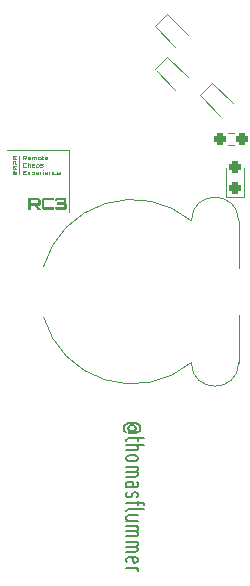
<source format=gto>
G04 #@! TF.GenerationSoftware,KiCad,Pcbnew,(5.99.0-7130-gf32f8f566)*
G04 #@! TF.CreationDate,2020-11-25T00:50:19+01:00*
G04 #@! TF.ProjectId,FairyDustPin,46616972-7944-4757-9374-50696e2e6b69,rev?*
G04 #@! TF.SameCoordinates,Original*
G04 #@! TF.FileFunction,Legend,Top*
G04 #@! TF.FilePolarity,Positive*
%FSLAX46Y46*%
G04 Gerber Fmt 4.6, Leading zero omitted, Abs format (unit mm)*
G04 Created by KiCad (PCBNEW (5.99.0-7130-gf32f8f566)) date 2020-11-25 00:50:19*
%MOMM*%
%LPD*%
G01*
G04 APERTURE LIST*
G04 Aperture macros list*
%AMRoundRect*
0 Rectangle with rounded corners*
0 $1 Rounding radius*
0 $2 $3 $4 $5 $6 $7 $8 $9 X,Y pos of 4 corners*
0 Add a 4 corners polygon primitive as box body*
4,1,4,$2,$3,$4,$5,$6,$7,$8,$9,$2,$3,0*
0 Add four circle primitives for the rounded corners*
1,1,$1+$1,$2,$3,0*
1,1,$1+$1,$4,$5,0*
1,1,$1+$1,$6,$7,0*
1,1,$1+$1,$8,$9,0*
0 Add four rect primitives between the rounded corners*
20,1,$1+$1,$2,$3,$4,$5,0*
20,1,$1+$1,$4,$5,$6,$7,0*
20,1,$1+$1,$6,$7,$8,$9,0*
20,1,$1+$1,$8,$9,$2,$3,0*%
G04 Aperture macros list end*
%ADD10C,0.150000*%
%ADD11C,0.120000*%
%ADD12C,0.100000*%
%ADD13RoundRect,0.237500X0.237500X-0.287500X0.237500X0.287500X-0.237500X0.287500X-0.237500X-0.287500X0*%
%ADD14RoundRect,0.237500X-0.371231X0.035355X0.035355X-0.371231X0.371231X-0.035355X-0.035355X0.371231X0*%
%ADD15RoundRect,0.237500X0.250000X0.237500X-0.250000X0.237500X-0.250000X-0.237500X0.250000X-0.237500X0*%
%ADD16R,4.400000X2.300000*%
%ADD17R,4.000000X2.300000*%
%ADD18C,5.000000*%
G04 APERTURE END LIST*
D10*
X90185714Y-108754642D02*
X90257142Y-108707023D01*
X90328571Y-108611785D01*
X90328571Y-108516547D01*
X90257142Y-108421309D01*
X90185714Y-108373690D01*
X90042857Y-108326071D01*
X89900000Y-108326071D01*
X89757142Y-108373690D01*
X89685714Y-108421309D01*
X89614285Y-108516547D01*
X89614285Y-108611785D01*
X89685714Y-108707023D01*
X89757142Y-108754642D01*
X90328571Y-108754642D02*
X89757142Y-108754642D01*
X89685714Y-108802261D01*
X89685714Y-108849880D01*
X89757142Y-108945119D01*
X89900000Y-108992738D01*
X90257142Y-108992738D01*
X90471428Y-108897500D01*
X90614285Y-108754642D01*
X90685714Y-108564166D01*
X90614285Y-108373690D01*
X90471428Y-108230833D01*
X90257142Y-108135595D01*
X89971428Y-108087976D01*
X89685714Y-108135595D01*
X89471428Y-108230833D01*
X89328571Y-108373690D01*
X89257142Y-108564166D01*
X89328571Y-108754642D01*
X89471428Y-108897500D01*
X90471428Y-109278452D02*
X90471428Y-109659404D01*
X90971428Y-109421309D02*
X89685714Y-109421309D01*
X89542857Y-109468928D01*
X89471428Y-109564166D01*
X89471428Y-109659404D01*
X89471428Y-109992738D02*
X90971428Y-109992738D01*
X89471428Y-110421309D02*
X90257142Y-110421309D01*
X90400000Y-110373690D01*
X90471428Y-110278452D01*
X90471428Y-110135595D01*
X90400000Y-110040357D01*
X90328571Y-109992738D01*
X89471428Y-111040357D02*
X89542857Y-110945119D01*
X89614285Y-110897500D01*
X89757142Y-110849880D01*
X90185714Y-110849880D01*
X90328571Y-110897500D01*
X90400000Y-110945119D01*
X90471428Y-111040357D01*
X90471428Y-111183214D01*
X90400000Y-111278452D01*
X90328571Y-111326071D01*
X90185714Y-111373690D01*
X89757142Y-111373690D01*
X89614285Y-111326071D01*
X89542857Y-111278452D01*
X89471428Y-111183214D01*
X89471428Y-111040357D01*
X89471428Y-111802261D02*
X90471428Y-111802261D01*
X90328571Y-111802261D02*
X90400000Y-111849880D01*
X90471428Y-111945119D01*
X90471428Y-112087976D01*
X90400000Y-112183214D01*
X90257142Y-112230833D01*
X89471428Y-112230833D01*
X90257142Y-112230833D02*
X90400000Y-112278452D01*
X90471428Y-112373690D01*
X90471428Y-112516547D01*
X90400000Y-112611785D01*
X90257142Y-112659404D01*
X89471428Y-112659404D01*
X89471428Y-113564166D02*
X90257142Y-113564166D01*
X90400000Y-113516547D01*
X90471428Y-113421309D01*
X90471428Y-113230833D01*
X90400000Y-113135595D01*
X89542857Y-113564166D02*
X89471428Y-113468928D01*
X89471428Y-113230833D01*
X89542857Y-113135595D01*
X89685714Y-113087976D01*
X89828571Y-113087976D01*
X89971428Y-113135595D01*
X90042857Y-113230833D01*
X90042857Y-113468928D01*
X90114285Y-113564166D01*
X89542857Y-113992738D02*
X89471428Y-114087976D01*
X89471428Y-114278452D01*
X89542857Y-114373690D01*
X89685714Y-114421309D01*
X89757142Y-114421309D01*
X89900000Y-114373690D01*
X89971428Y-114278452D01*
X89971428Y-114135595D01*
X90042857Y-114040357D01*
X90185714Y-113992738D01*
X90257142Y-113992738D01*
X90400000Y-114040357D01*
X90471428Y-114135595D01*
X90471428Y-114278452D01*
X90400000Y-114373690D01*
X90471428Y-114707023D02*
X90471428Y-115087976D01*
X89471428Y-114849880D02*
X90757142Y-114849880D01*
X90900000Y-114897500D01*
X90971428Y-114992738D01*
X90971428Y-115087976D01*
X89471428Y-115564166D02*
X89542857Y-115468928D01*
X89685714Y-115421309D01*
X90971428Y-115421309D01*
X90471428Y-116373690D02*
X89471428Y-116373690D01*
X90471428Y-115945119D02*
X89685714Y-115945119D01*
X89542857Y-115992738D01*
X89471428Y-116087976D01*
X89471428Y-116230833D01*
X89542857Y-116326071D01*
X89614285Y-116373690D01*
X89471428Y-116849880D02*
X90471428Y-116849880D01*
X90328571Y-116849880D02*
X90400000Y-116897500D01*
X90471428Y-116992738D01*
X90471428Y-117135595D01*
X90400000Y-117230833D01*
X90257142Y-117278452D01*
X89471428Y-117278452D01*
X90257142Y-117278452D02*
X90400000Y-117326071D01*
X90471428Y-117421309D01*
X90471428Y-117564166D01*
X90400000Y-117659404D01*
X90257142Y-117707023D01*
X89471428Y-117707023D01*
X89471428Y-118183214D02*
X90471428Y-118183214D01*
X90328571Y-118183214D02*
X90400000Y-118230833D01*
X90471428Y-118326071D01*
X90471428Y-118468928D01*
X90400000Y-118564166D01*
X90257142Y-118611785D01*
X89471428Y-118611785D01*
X90257142Y-118611785D02*
X90400000Y-118659404D01*
X90471428Y-118754642D01*
X90471428Y-118897500D01*
X90400000Y-118992738D01*
X90257142Y-119040357D01*
X89471428Y-119040357D01*
X89542857Y-119897500D02*
X89471428Y-119802261D01*
X89471428Y-119611785D01*
X89542857Y-119516547D01*
X89685714Y-119468928D01*
X90257142Y-119468928D01*
X90400000Y-119516547D01*
X90471428Y-119611785D01*
X90471428Y-119802261D01*
X90400000Y-119897500D01*
X90257142Y-119945119D01*
X90114285Y-119945119D01*
X89971428Y-119468928D01*
X89471428Y-120373690D02*
X90471428Y-120373690D01*
X90185714Y-120373690D02*
X90328571Y-120421309D01*
X90400000Y-120468928D01*
X90471428Y-120564166D01*
X90471428Y-120659404D01*
G04 #@! TO.C,G\u002A\u002A\u002A*
G36*
X84708798Y-85034132D02*
G01*
X84708798Y-90358798D01*
X79377060Y-90358798D01*
X79377060Y-88936006D01*
X79427832Y-88936006D01*
X79427843Y-89091804D01*
X79427872Y-89240544D01*
X79427919Y-89381731D01*
X79427983Y-89514870D01*
X79428064Y-89639466D01*
X79428163Y-89755025D01*
X79428278Y-89861050D01*
X79428409Y-89957047D01*
X79428556Y-90042522D01*
X79428719Y-90116977D01*
X79428897Y-90179920D01*
X79429091Y-90230854D01*
X79429299Y-90269285D01*
X79429522Y-90294717D01*
X79429759Y-90306656D01*
X79429835Y-90307540D01*
X79432586Y-90308339D01*
X79440455Y-90309087D01*
X79453808Y-90309786D01*
X79473010Y-90310437D01*
X79498424Y-90311041D01*
X79530417Y-90311599D01*
X79569354Y-90312111D01*
X79615598Y-90312579D01*
X79669514Y-90313004D01*
X79731469Y-90313387D01*
X79801826Y-90313728D01*
X79880950Y-90314029D01*
X79969206Y-90314291D01*
X80066959Y-90314514D01*
X80174574Y-90314701D01*
X80292416Y-90314850D01*
X80420850Y-90314965D01*
X80560239Y-90315045D01*
X80710950Y-90315092D01*
X80873347Y-90315106D01*
X81047795Y-90315089D01*
X81234659Y-90315041D01*
X81434303Y-90314964D01*
X81647093Y-90314859D01*
X81873393Y-90314726D01*
X82048014Y-90314612D01*
X84662834Y-90312834D01*
X84662834Y-85080095D01*
X79430095Y-85080095D01*
X79428286Y-87689393D01*
X79428162Y-87880733D01*
X79428058Y-88068480D01*
X79427975Y-88252140D01*
X79427911Y-88431218D01*
X79427866Y-88605218D01*
X79427839Y-88773646D01*
X79427832Y-88936006D01*
X79377060Y-88936006D01*
X79377060Y-85034132D01*
X84708798Y-85034132D01*
G37*
G36*
X81641635Y-89052384D02*
G01*
X81734524Y-89052950D01*
X81814266Y-89053569D01*
X81881857Y-89054266D01*
X81938291Y-89055069D01*
X81984564Y-89056004D01*
X82021671Y-89057097D01*
X82050609Y-89058375D01*
X82072371Y-89059865D01*
X82087954Y-89061593D01*
X82098352Y-89063586D01*
X82101808Y-89064649D01*
X82135580Y-89082882D01*
X82168883Y-89111300D01*
X82197896Y-89146346D01*
X82209342Y-89164776D01*
X82230318Y-89202645D01*
X82234496Y-89570351D01*
X82209770Y-89619262D01*
X82193524Y-89648415D01*
X82176927Y-89669675D01*
X82155199Y-89688582D01*
X82141182Y-89698698D01*
X82116574Y-89714308D01*
X82093286Y-89726532D01*
X82076143Y-89732853D01*
X82075427Y-89732987D01*
X82053230Y-89736757D01*
X82035858Y-89739649D01*
X82021889Y-89742020D01*
X82016412Y-89743072D01*
X82018914Y-89748028D01*
X82025167Y-89755972D01*
X82034372Y-89766762D01*
X82050018Y-89785069D01*
X82069347Y-89807665D01*
X82078059Y-89817846D01*
X82103060Y-89847125D01*
X82130291Y-89879129D01*
X82154456Y-89907630D01*
X82157695Y-89911462D01*
X82178261Y-89935722D01*
X82198012Y-89958877D01*
X82213048Y-89976356D01*
X82214407Y-89977920D01*
X82226649Y-89994936D01*
X82232434Y-90013151D01*
X82233853Y-90038104D01*
X82233853Y-90075947D01*
X82123777Y-90075947D01*
X82081978Y-90075863D01*
X82051780Y-90075379D01*
X82030641Y-90074144D01*
X82016017Y-90071807D01*
X82005369Y-90068018D01*
X81996153Y-90062428D01*
X81989423Y-90057429D01*
X81974446Y-90044095D01*
X81965905Y-90032787D01*
X81965145Y-90029997D01*
X81960555Y-90020225D01*
X81948773Y-90004736D01*
X81938628Y-89993501D01*
X81918220Y-89970965D01*
X81897935Y-89946567D01*
X81891216Y-89937846D01*
X81876534Y-89919496D01*
X81863366Y-89905287D01*
X81858956Y-89901463D01*
X81848355Y-89890912D01*
X81834276Y-89873506D01*
X81827048Y-89863509D01*
X81809700Y-89840441D01*
X81790790Y-89818083D01*
X81784815Y-89811713D01*
X81766078Y-89791419D01*
X81748134Y-89770247D01*
X81745691Y-89767156D01*
X81732031Y-89752461D01*
X81719915Y-89743986D01*
X81717651Y-89743336D01*
X81707553Y-89742941D01*
X81685665Y-89742674D01*
X81654337Y-89742543D01*
X81615921Y-89742558D01*
X81572767Y-89742728D01*
X81567386Y-89742759D01*
X81427729Y-89743597D01*
X81427729Y-90075947D01*
X81208519Y-90075947D01*
X81208519Y-89269665D01*
X81427729Y-89269665D01*
X81427729Y-89517317D01*
X82014978Y-89517317D01*
X82013043Y-89395337D01*
X82011108Y-89273358D01*
X81719418Y-89271512D01*
X81427729Y-89269665D01*
X81208519Y-89269665D01*
X81208519Y-89050002D01*
X81641635Y-89052384D01*
G37*
G36*
X83358185Y-89269822D02*
G01*
X82559440Y-89269822D01*
X82557518Y-89560338D01*
X82557173Y-89623022D01*
X82556988Y-89681203D01*
X82556956Y-89733383D01*
X82557074Y-89778067D01*
X82557335Y-89813757D01*
X82557735Y-89838956D01*
X82558268Y-89852167D01*
X82558542Y-89853796D01*
X82565959Y-89854340D01*
X82586245Y-89854851D01*
X82618125Y-89855320D01*
X82660327Y-89855738D01*
X82711576Y-89856096D01*
X82770598Y-89856383D01*
X82836120Y-89856592D01*
X82906868Y-89856711D01*
X82959837Y-89856738D01*
X83358185Y-89856738D01*
X83358185Y-90075947D01*
X82935677Y-90075567D01*
X82847304Y-90075465D01*
X82771909Y-90075307D01*
X82708325Y-90075060D01*
X82655387Y-90074688D01*
X82611929Y-90074156D01*
X82576786Y-90073429D01*
X82548792Y-90072474D01*
X82526782Y-90071255D01*
X82509591Y-90069737D01*
X82496052Y-90067887D01*
X82485000Y-90065668D01*
X82475269Y-90063046D01*
X82471000Y-90061723D01*
X82445290Y-90051870D01*
X82424293Y-90038987D01*
X82402868Y-90019563D01*
X82391302Y-90007301D01*
X82372086Y-89984120D01*
X82356391Y-89961165D01*
X82347330Y-89943041D01*
X82346886Y-89941593D01*
X82345230Y-89928443D01*
X82343800Y-89902852D01*
X82342595Y-89866516D01*
X82341612Y-89821134D01*
X82340850Y-89768405D01*
X82340307Y-89710027D01*
X82339982Y-89647698D01*
X82339873Y-89583116D01*
X82339977Y-89517980D01*
X82340294Y-89453988D01*
X82340821Y-89392838D01*
X82341557Y-89336229D01*
X82342500Y-89285859D01*
X82343648Y-89243426D01*
X82345000Y-89210628D01*
X82346553Y-89189165D01*
X82347668Y-89182105D01*
X82362308Y-89150980D01*
X82387236Y-89119907D01*
X82418986Y-89092221D01*
X82454088Y-89071260D01*
X82469183Y-89065200D01*
X82478610Y-89062164D01*
X82488273Y-89059580D01*
X82499340Y-89057413D01*
X82512978Y-89055626D01*
X82530355Y-89054183D01*
X82552640Y-89053046D01*
X82581000Y-89052180D01*
X82616604Y-89051548D01*
X82660618Y-89051113D01*
X82714212Y-89050838D01*
X82778553Y-89050688D01*
X82854809Y-89050625D01*
X82935282Y-89050613D01*
X83358185Y-89050613D01*
X83358185Y-89269822D01*
G37*
G36*
X84010751Y-89050657D02*
G01*
X84079685Y-89050914D01*
X84137112Y-89051568D01*
X84184350Y-89052803D01*
X84222715Y-89054806D01*
X84253526Y-89057760D01*
X84278100Y-89061850D01*
X84297755Y-89067261D01*
X84313809Y-89074178D01*
X84327579Y-89082786D01*
X84340382Y-89093269D01*
X84353537Y-89105812D01*
X84358616Y-89110872D01*
X84376997Y-89130668D01*
X84391365Y-89150335D01*
X84402164Y-89171894D01*
X84409837Y-89197364D01*
X84414826Y-89228767D01*
X84417575Y-89268122D01*
X84418525Y-89317451D01*
X84418121Y-89378774D01*
X84418073Y-89382164D01*
X84415996Y-89527923D01*
X84436882Y-89570351D01*
X84444113Y-89585435D01*
X84449486Y-89598739D01*
X84453320Y-89612720D01*
X84455934Y-89629835D01*
X84457649Y-89652543D01*
X84458783Y-89683299D01*
X84459655Y-89724561D01*
X84460074Y-89748772D01*
X84460643Y-89806932D01*
X84459814Y-89853291D01*
X84457086Y-89890166D01*
X84451956Y-89919870D01*
X84443924Y-89944718D01*
X84432487Y-89967025D01*
X84417143Y-89989106D01*
X84404565Y-90004760D01*
X84384528Y-90027554D01*
X84367680Y-90042261D01*
X84349037Y-90052334D01*
X84323615Y-90061227D01*
X84322640Y-90061529D01*
X84310977Y-90064937D01*
X84299133Y-90067759D01*
X84285715Y-90070047D01*
X84269327Y-90071855D01*
X84248577Y-90073235D01*
X84222070Y-90074239D01*
X84188411Y-90074921D01*
X84146207Y-90075332D01*
X84094063Y-90075526D01*
X84030584Y-90075555D01*
X83954377Y-90075471D01*
X83953195Y-90075470D01*
X83868639Y-90075223D01*
X83797301Y-90074738D01*
X83738259Y-90073990D01*
X83690589Y-90072954D01*
X83653369Y-90071606D01*
X83625675Y-90069921D01*
X83606585Y-90067876D01*
X83597140Y-90066032D01*
X83550159Y-90046280D01*
X83510586Y-90014925D01*
X83487512Y-89985541D01*
X83468870Y-89952890D01*
X83457420Y-89922696D01*
X83451666Y-89889482D01*
X83450112Y-89848611D01*
X83450112Y-89793096D01*
X83662250Y-89793096D01*
X83662250Y-89856738D01*
X84242094Y-89856738D01*
X84242094Y-89672885D01*
X83619822Y-89672885D01*
X83619822Y-89446604D01*
X84199666Y-89446604D01*
X84199666Y-89269822D01*
X83662250Y-89269822D01*
X83662250Y-89347606D01*
X83448547Y-89347606D01*
X83451285Y-89271590D01*
X83452936Y-89236134D01*
X83455427Y-89210786D01*
X83459593Y-89191510D01*
X83466267Y-89174273D01*
X83474811Y-89157703D01*
X83504472Y-89115669D01*
X83542162Y-89084418D01*
X83582963Y-89064612D01*
X83592676Y-89061233D01*
X83603017Y-89058445D01*
X83615381Y-89056191D01*
X83631162Y-89054414D01*
X83651752Y-89053059D01*
X83678546Y-89052068D01*
X83712936Y-89051386D01*
X83756318Y-89050956D01*
X83810084Y-89050722D01*
X83875628Y-89050627D01*
X83928992Y-89050613D01*
X84010751Y-89050657D01*
G37*
G36*
X81468166Y-86994738D02*
G01*
X81467923Y-86946688D01*
X81467870Y-86904820D01*
X81468004Y-86871057D01*
X81468321Y-86847317D01*
X81468820Y-86835519D01*
X81468907Y-86834914D01*
X81471091Y-86830650D01*
X81477023Y-86827549D01*
X81488638Y-86825431D01*
X81507871Y-86824117D01*
X81536655Y-86823426D01*
X81576926Y-86823178D01*
X81595254Y-86823163D01*
X81719314Y-86823163D01*
X81746768Y-86850616D01*
X81774221Y-86878069D01*
X81774221Y-87072321D01*
X81719314Y-87127228D01*
X81631860Y-87127211D01*
X81544405Y-87127194D01*
X81546692Y-87187317D01*
X81548979Y-87247439D01*
X81470580Y-87247439D01*
X81468624Y-87049473D01*
X81544405Y-87049473D01*
X81620421Y-87049458D01*
X81696437Y-87049444D01*
X81696437Y-86900947D01*
X81548850Y-86900947D01*
X81546627Y-86975210D01*
X81544405Y-87049473D01*
X81468624Y-87049473D01*
X81468600Y-87047052D01*
X81468166Y-86994738D01*
G37*
G36*
X80466114Y-85502155D02*
G01*
X80487405Y-85504371D01*
X80489095Y-86326406D01*
X80490785Y-87148442D01*
X80467804Y-87148441D01*
X80444822Y-87148441D01*
X80444822Y-85499939D01*
X80466114Y-85502155D01*
G37*
G36*
X80268040Y-87141370D02*
G01*
X80183580Y-87141370D01*
X80147359Y-87141183D01*
X80122309Y-87140297D01*
X80105458Y-87138227D01*
X80093834Y-87134487D01*
X80084468Y-87128591D01*
X80079278Y-87124319D01*
X80059438Y-87107269D01*
X80055002Y-86850797D01*
X80011257Y-86852890D01*
X79967511Y-86854984D01*
X79965556Y-86963433D01*
X79964901Y-87004768D01*
X79964826Y-87034119D01*
X79965570Y-87053640D01*
X79967369Y-87065486D01*
X79970461Y-87071811D01*
X79975084Y-87074770D01*
X79977931Y-87075631D01*
X79987198Y-87080832D01*
X79991411Y-87092663D01*
X79992261Y-87110374D01*
X79991656Y-87129594D01*
X79987917Y-87138541D01*
X79978156Y-87141084D01*
X79969279Y-87141155D01*
X79948828Y-87138692D01*
X79933260Y-87133362D01*
X79921647Y-87123781D01*
X79912968Y-87109167D01*
X79906862Y-87087689D01*
X79902968Y-87057519D01*
X79900927Y-87016825D01*
X79900374Y-86966583D01*
X79901008Y-86911937D01*
X79903035Y-86869699D01*
X79906709Y-86838182D01*
X79912283Y-86815697D01*
X79920010Y-86800558D01*
X79926283Y-86793875D01*
X79938551Y-86788814D01*
X79961636Y-86785692D01*
X79996935Y-86784350D01*
X80010841Y-86784271D01*
X80043903Y-86784462D01*
X80066093Y-86785496D01*
X80080679Y-86788064D01*
X80090930Y-86792858D01*
X80100114Y-86800568D01*
X80103457Y-86803860D01*
X80123079Y-86823449D01*
X80125294Y-86950589D01*
X80127508Y-87077729D01*
X80204399Y-87077729D01*
X80204399Y-86780735D01*
X80268040Y-86780735D01*
X80268040Y-87141370D01*
G37*
G36*
X81054515Y-86786039D02*
G01*
X81055694Y-86807833D01*
X81055238Y-86824292D01*
X81054470Y-86828466D01*
X81049559Y-86831800D01*
X81036496Y-86834256D01*
X81013869Y-86835927D01*
X80980265Y-86836908D01*
X80934274Y-86837292D01*
X80921376Y-86837305D01*
X80791314Y-86837305D01*
X80791314Y-86893876D01*
X81003452Y-86893876D01*
X81003452Y-86978731D01*
X80791314Y-86978731D01*
X80791314Y-87042372D01*
X80921376Y-87042372D01*
X80970517Y-87042628D01*
X81006934Y-87043459D01*
X81032041Y-87044958D01*
X81047248Y-87047218D01*
X81053967Y-87050335D01*
X81054470Y-87051211D01*
X81055685Y-87063161D01*
X81055267Y-87083212D01*
X81054515Y-87093639D01*
X81051527Y-87127228D01*
X80713530Y-87127228D01*
X80713530Y-86752450D01*
X81051527Y-86752450D01*
X81054515Y-86786039D01*
G37*
G36*
X81162627Y-86823566D02*
G01*
X81177027Y-86826213D01*
X81189443Y-86833261D01*
X81204000Y-86846868D01*
X81219864Y-86863823D01*
X81257413Y-86904483D01*
X81293658Y-86863823D01*
X81329902Y-86823163D01*
X81371744Y-86823163D01*
X81395328Y-86823734D01*
X81407999Y-86826133D01*
X81412967Y-86831391D01*
X81413586Y-86836598D01*
X81408934Y-86849562D01*
X81397190Y-86866681D01*
X81390604Y-86874159D01*
X81373476Y-86892887D01*
X81352603Y-86916736D01*
X81336648Y-86935587D01*
X81305673Y-86972889D01*
X81320707Y-86991720D01*
X81333871Y-87010369D01*
X81347804Y-87033187D01*
X81350925Y-87038837D01*
X81365213Y-87061952D01*
X81383280Y-87086796D01*
X81390320Y-87095407D01*
X81414531Y-87123692D01*
X81374009Y-87125847D01*
X81355393Y-87126382D01*
X81340972Y-87124530D01*
X81328207Y-87118551D01*
X81314558Y-87106702D01*
X81297484Y-87087240D01*
X81274447Y-87058424D01*
X81272943Y-87056515D01*
X81259011Y-87038837D01*
X81232250Y-87067122D01*
X81215664Y-87085766D01*
X81202533Y-87102494D01*
X81197987Y-87109549D01*
X81190795Y-87117842D01*
X81177817Y-87122711D01*
X81155422Y-87125300D01*
X81146468Y-87125797D01*
X81122443Y-87126654D01*
X81109275Y-87125518D01*
X81103703Y-87121210D01*
X81102465Y-87112551D01*
X81102450Y-87109887D01*
X81104431Y-87096431D01*
X81108331Y-87091871D01*
X81115087Y-87086408D01*
X81126393Y-87072302D01*
X81136047Y-87058283D01*
X81152898Y-87034768D01*
X81171238Y-87012681D01*
X81179665Y-87003925D01*
X81196021Y-86984620D01*
X81200084Y-86967272D01*
X81191942Y-86948275D01*
X81181407Y-86934781D01*
X81167124Y-86916874D01*
X81149107Y-86892448D01*
X81131645Y-86867358D01*
X81101923Y-86823163D01*
X81142119Y-86823163D01*
X81162627Y-86823566D01*
G37*
G36*
X81838305Y-86847468D02*
G01*
X81847186Y-86839298D01*
X81855668Y-86833564D01*
X81866387Y-86829773D01*
X81881978Y-86827431D01*
X81905079Y-86826046D01*
X81938324Y-86825126D01*
X81960285Y-86824672D01*
X82000699Y-86824039D01*
X82029705Y-86824219D01*
X82050028Y-86825487D01*
X82064390Y-86828115D01*
X82075516Y-86832377D01*
X82083765Y-86837050D01*
X82099669Y-86849261D01*
X82110387Y-86864405D01*
X82116848Y-86885340D01*
X82119977Y-86914924D01*
X82120713Y-86950906D01*
X82120713Y-87014087D01*
X81894432Y-87014087D01*
X81894432Y-87049444D01*
X82120713Y-87049444D01*
X82120713Y-87127228D01*
X81998734Y-87126669D01*
X81958018Y-87126270D01*
X81921805Y-87125514D01*
X81892645Y-87124486D01*
X81873088Y-87123272D01*
X81866147Y-87122251D01*
X81854098Y-87115039D01*
X81838420Y-87102399D01*
X81836094Y-87100273D01*
X81816648Y-87082154D01*
X81816648Y-86900947D01*
X81894432Y-86900947D01*
X81894432Y-86943374D01*
X82042929Y-86943374D01*
X82042929Y-86900947D01*
X81894432Y-86900947D01*
X81816648Y-86900947D01*
X81816648Y-86868236D01*
X81838305Y-86847468D01*
G37*
G36*
X82417706Y-86900947D02*
G01*
X82247996Y-86900947D01*
X82247996Y-87127228D01*
X82213818Y-87127228D01*
X82192870Y-87126325D01*
X82178282Y-87124034D01*
X82174926Y-87122513D01*
X82173324Y-87114175D01*
X82171956Y-87094200D01*
X82170921Y-87065096D01*
X82170321Y-87029366D01*
X82170212Y-87005138D01*
X82170750Y-86949759D01*
X82173276Y-86906908D01*
X82179154Y-86874983D01*
X82189751Y-86852384D01*
X82206432Y-86837510D01*
X82230563Y-86828760D01*
X82263509Y-86824532D01*
X82306635Y-86823226D01*
X82325429Y-86823163D01*
X82417706Y-86823163D01*
X82417706Y-86900947D01*
G37*
G36*
X82534305Y-86853216D02*
G01*
X82535638Y-86870413D01*
X82536541Y-86898621D01*
X82536968Y-86934717D01*
X82536874Y-86975574D01*
X82536507Y-87003480D01*
X82534382Y-87123692D01*
X82493722Y-87125813D01*
X82453063Y-87127933D01*
X82453063Y-86823163D01*
X82529980Y-86823163D01*
X82534305Y-86853216D01*
G37*
G36*
X82782552Y-86824121D02*
G01*
X82820478Y-86827905D01*
X82847749Y-86835879D01*
X82866069Y-86849410D01*
X82877144Y-86869862D01*
X82882679Y-86898600D01*
X82884380Y-86936990D01*
X82884410Y-86944948D01*
X82884410Y-87014087D01*
X82651058Y-87014087D01*
X82651058Y-87049444D01*
X82884410Y-87049444D01*
X82884410Y-87127228D01*
X82762431Y-87126669D01*
X82721715Y-87126270D01*
X82685502Y-87125514D01*
X82656342Y-87124486D01*
X82636786Y-87123272D01*
X82629844Y-87122251D01*
X82617796Y-87115039D01*
X82602117Y-87102399D01*
X82599792Y-87100273D01*
X82580346Y-87082154D01*
X82580346Y-86975105D01*
X82580453Y-86933896D01*
X82580984Y-86904430D01*
X82581203Y-86900947D01*
X82651058Y-86900947D01*
X82651058Y-86943374D01*
X82806626Y-86943374D01*
X82806626Y-86900947D01*
X82651058Y-86900947D01*
X82581203Y-86900947D01*
X82582254Y-86884309D01*
X82584575Y-86871135D01*
X82588263Y-86862509D01*
X82593630Y-86856033D01*
X82596256Y-86853564D01*
X82611126Y-86841370D01*
X82626345Y-86832911D01*
X82644877Y-86827527D01*
X82669684Y-86824555D01*
X82703726Y-86823333D01*
X82732264Y-86823163D01*
X82782552Y-86824121D01*
G37*
G36*
X83252116Y-86878069D02*
G01*
X83252116Y-87127228D01*
X83174332Y-87127228D01*
X83174332Y-86900947D01*
X83026195Y-86900947D01*
X83024247Y-87012319D01*
X83022300Y-87123692D01*
X82981407Y-87125820D01*
X82940514Y-87127947D01*
X82941998Y-86823163D01*
X83197210Y-86823163D01*
X83252116Y-86878069D01*
G37*
G36*
X83591537Y-86900947D02*
G01*
X83365256Y-86900947D01*
X83365256Y-87049444D01*
X83598608Y-87049444D01*
X83598608Y-87127228D01*
X83342379Y-87127228D01*
X83314926Y-87099774D01*
X83287472Y-87072321D01*
X83287472Y-86878069D01*
X83314926Y-86850616D01*
X83342379Y-86823163D01*
X83591537Y-86823163D01*
X83591537Y-86900947D01*
G37*
G36*
X83662693Y-86847468D02*
G01*
X83671574Y-86839298D01*
X83680056Y-86833564D01*
X83690774Y-86829773D01*
X83706366Y-86827431D01*
X83729466Y-86826046D01*
X83762712Y-86825126D01*
X83784672Y-86824672D01*
X83825087Y-86824039D01*
X83854093Y-86824219D01*
X83874415Y-86825487D01*
X83888777Y-86828115D01*
X83899903Y-86832377D01*
X83908153Y-86837050D01*
X83924056Y-86849261D01*
X83934775Y-86864405D01*
X83941235Y-86885340D01*
X83944365Y-86914924D01*
X83945101Y-86950906D01*
X83945101Y-87014087D01*
X83718820Y-87014087D01*
X83718820Y-87049444D01*
X83945101Y-87049444D01*
X83945101Y-87127228D01*
X83823121Y-87126669D01*
X83782406Y-87126270D01*
X83746192Y-87125514D01*
X83717032Y-87124486D01*
X83697476Y-87123272D01*
X83690535Y-87122251D01*
X83678486Y-87115039D01*
X83662807Y-87102399D01*
X83660482Y-87100273D01*
X83641036Y-87082154D01*
X83641036Y-86900947D01*
X83718820Y-86900947D01*
X83718820Y-86943374D01*
X83867317Y-86943374D01*
X83867317Y-86900947D01*
X83718820Y-86900947D01*
X83641036Y-86900947D01*
X83641036Y-86868236D01*
X83662693Y-86847468D01*
G37*
G36*
X82526981Y-86727170D02*
G01*
X82532392Y-86733646D01*
X82534166Y-86739714D01*
X82536349Y-86759169D01*
X82536038Y-86777200D01*
X82534012Y-86789615D01*
X82528312Y-86796208D01*
X82515191Y-86799223D01*
X82497058Y-86800554D01*
X82472930Y-86800681D01*
X82459917Y-86797180D01*
X82456048Y-86792458D01*
X82454022Y-86778983D01*
X82454081Y-86758946D01*
X82454359Y-86754962D01*
X82456598Y-86727701D01*
X82493497Y-86725571D01*
X82515317Y-86724931D01*
X82526981Y-86727170D01*
G37*
G36*
X79900699Y-86569725D02*
G01*
X79900385Y-86529705D01*
X79900797Y-86475238D01*
X79903134Y-86433087D01*
X79905843Y-86418582D01*
X80034675Y-86418582D01*
X80039025Y-86428074D01*
X80050494Y-86445047D01*
X80066806Y-86466408D01*
X80085686Y-86489066D01*
X80090892Y-86494965D01*
X80112406Y-86519660D01*
X80137047Y-86548900D01*
X80157994Y-86574517D01*
X80174603Y-86594925D01*
X80187541Y-86610216D01*
X80194550Y-86617740D01*
X80195118Y-86618096D01*
X80195914Y-86611448D01*
X80196582Y-86593192D01*
X80197067Y-86565866D01*
X80197310Y-86532004D01*
X80197328Y-86519526D01*
X80197328Y-86420957D01*
X80115994Y-86418761D01*
X80083984Y-86418060D01*
X80057905Y-86417801D01*
X80040548Y-86417989D01*
X80034675Y-86418582D01*
X79905843Y-86418582D01*
X79909003Y-86401667D01*
X79920009Y-86379392D01*
X79937759Y-86364676D01*
X79963859Y-86355934D01*
X79999914Y-86351581D01*
X80047532Y-86350032D01*
X80082647Y-86349787D01*
X80132418Y-86350125D01*
X80170341Y-86351899D01*
X80198678Y-86355623D01*
X80219694Y-86361810D01*
X80235651Y-86370973D01*
X80248814Y-86383627D01*
X80252711Y-86388377D01*
X80258273Y-86396275D01*
X80262301Y-86405195D01*
X80265041Y-86417424D01*
X80266739Y-86435250D01*
X80267640Y-86460961D01*
X80267991Y-86496846D01*
X80268040Y-86531010D01*
X80267622Y-86582874D01*
X80266107Y-86622535D01*
X80263103Y-86651916D01*
X80258220Y-86672940D01*
X80251065Y-86687529D01*
X80241247Y-86697606D01*
X80233076Y-86702742D01*
X80221393Y-86705207D01*
X80198362Y-86707140D01*
X80166688Y-86708542D01*
X80129077Y-86709415D01*
X80088236Y-86709760D01*
X80046870Y-86709580D01*
X80007686Y-86708875D01*
X79973389Y-86707649D01*
X79946685Y-86705902D01*
X79930282Y-86703637D01*
X79927130Y-86702541D01*
X79917735Y-86693262D01*
X79910622Y-86676816D01*
X79905564Y-86651728D01*
X79905074Y-86646381D01*
X79971047Y-86646381D01*
X80135487Y-86646381D01*
X80108070Y-86615773D01*
X80092432Y-86597887D01*
X80071182Y-86573016D01*
X80047054Y-86544426D01*
X80022784Y-86515380D01*
X80001108Y-86489144D01*
X79984761Y-86468982D01*
X79980111Y-86463069D01*
X79976605Y-86461096D01*
X79974132Y-86466788D01*
X79972529Y-86481732D01*
X79971633Y-86507519D01*
X79971281Y-86545735D01*
X79971272Y-86549151D01*
X79971047Y-86646381D01*
X79905074Y-86646381D01*
X79902333Y-86616523D01*
X79900699Y-86569725D01*
G37*
G36*
X81086904Y-86163401D02*
G01*
X81084772Y-86204427D01*
X80791314Y-86208249D01*
X80791314Y-86413029D01*
X81088308Y-86413029D01*
X81088308Y-86497885D01*
X80930972Y-86497724D01*
X80876906Y-86497490D01*
X80835131Y-86496838D01*
X80803798Y-86495654D01*
X80781058Y-86493825D01*
X80765062Y-86491236D01*
X80753963Y-86487773D01*
X80751595Y-86486689D01*
X80739207Y-86479507D01*
X80729820Y-86470517D01*
X80723026Y-86457796D01*
X80718413Y-86439421D01*
X80715573Y-86413468D01*
X80714094Y-86378014D01*
X80713567Y-86331135D01*
X80713530Y-86308128D01*
X80713530Y-86175608D01*
X80733958Y-86151125D01*
X80754385Y-86126643D01*
X80921710Y-86124509D01*
X81089035Y-86122376D01*
X81086904Y-86163401D01*
G37*
G36*
X81215591Y-86193820D02*
G01*
X81296450Y-86193820D01*
X81339448Y-86194425D01*
X81370866Y-86196716D01*
X81393234Y-86201405D01*
X81409080Y-86209203D01*
X81420934Y-86220823D01*
X81427699Y-86230768D01*
X81432900Y-86240568D01*
X81436654Y-86251863D01*
X81439193Y-86267024D01*
X81440747Y-86288424D01*
X81441548Y-86318433D01*
X81441828Y-86359422D01*
X81441845Y-86375905D01*
X81441871Y-86497885D01*
X81364087Y-86497885D01*
X81364087Y-86271604D01*
X81215591Y-86271604D01*
X81215591Y-86497885D01*
X81137807Y-86497885D01*
X81137807Y-86101893D01*
X81215591Y-86101893D01*
X81215591Y-86193820D01*
G37*
G36*
X81693944Y-86195745D02*
G01*
X81721212Y-86197912D01*
X81740969Y-86202163D01*
X81755420Y-86209014D01*
X81766774Y-86218982D01*
X81777236Y-86232582D01*
X81779312Y-86235628D01*
X81785248Y-86245237D01*
X81789518Y-86255317D01*
X81792395Y-86268290D01*
X81794152Y-86286576D01*
X81795061Y-86312597D01*
X81795396Y-86348774D01*
X81795435Y-86378719D01*
X81795435Y-86497885D01*
X81669920Y-86497858D01*
X81623846Y-86497695D01*
X81589615Y-86497089D01*
X81564929Y-86495830D01*
X81547492Y-86493707D01*
X81535004Y-86490512D01*
X81525170Y-86486035D01*
X81522347Y-86484381D01*
X81505414Y-86470063D01*
X81493965Y-86449831D01*
X81487239Y-86421315D01*
X81484473Y-86382141D01*
X81484425Y-86377673D01*
X81562083Y-86377673D01*
X81562083Y-86420101D01*
X81717651Y-86420101D01*
X81717651Y-86377673D01*
X81562083Y-86377673D01*
X81484425Y-86377673D01*
X81484299Y-86366011D01*
X81484299Y-86306960D01*
X81717651Y-86306960D01*
X81717651Y-86271954D01*
X81602743Y-86270011D01*
X81487834Y-86268068D01*
X81487834Y-86197356D01*
X81608046Y-86195603D01*
X81656958Y-86195148D01*
X81693944Y-86195745D01*
G37*
G36*
X81845220Y-86369710D02*
G01*
X81844934Y-86338024D01*
X81844934Y-86271125D01*
X81922717Y-86271125D01*
X81922717Y-86420101D01*
X82078780Y-86420101D01*
X82076765Y-86347620D01*
X82074750Y-86275140D01*
X81998734Y-86273132D01*
X81922717Y-86271125D01*
X81844934Y-86271125D01*
X81844934Y-86250986D01*
X81899314Y-86193820D01*
X81998453Y-86193820D01*
X82038439Y-86193999D01*
X82066915Y-86194757D01*
X82086512Y-86196423D01*
X82099859Y-86199326D01*
X82109589Y-86203795D01*
X82116365Y-86208587D01*
X82132892Y-86223952D01*
X82144243Y-86241458D01*
X82151297Y-86264020D01*
X82154932Y-86294553D01*
X82156026Y-86335969D01*
X82156030Y-86340198D01*
X82155101Y-86391368D01*
X82151250Y-86430147D01*
X82142794Y-86458232D01*
X82128050Y-86477319D01*
X82105331Y-86489105D01*
X82072956Y-86495288D01*
X82029240Y-86497564D01*
X81999667Y-86497765D01*
X81960102Y-86497474D01*
X81931855Y-86496485D01*
X81912105Y-86494449D01*
X81898030Y-86491016D01*
X81886811Y-86485839D01*
X81882635Y-86483294D01*
X81868300Y-86471816D01*
X81857993Y-86457039D01*
X81851113Y-86436643D01*
X81848745Y-86420101D01*
X81847056Y-86408306D01*
X81845220Y-86369710D01*
G37*
G36*
X82397786Y-86194985D02*
G01*
X82435661Y-86198993D01*
X82463063Y-86206609D01*
X82481753Y-86218601D01*
X82493488Y-86235736D01*
X82500028Y-86258781D01*
X82500293Y-86260366D01*
X82504412Y-86285746D01*
X82464595Y-86285746D01*
X82443010Y-86284610D01*
X82428550Y-86281671D01*
X82424778Y-86278675D01*
X82418016Y-86275485D01*
X82398936Y-86273150D01*
X82369344Y-86271835D01*
X82346994Y-86271604D01*
X82269210Y-86271604D01*
X82269210Y-86314032D01*
X82355833Y-86314042D01*
X82403223Y-86314889D01*
X82438497Y-86317940D01*
X82463611Y-86323980D01*
X82480521Y-86333795D01*
X82491182Y-86348170D01*
X82497549Y-86367891D01*
X82498231Y-86371234D01*
X82501071Y-86399685D01*
X82500335Y-86430097D01*
X82499479Y-86437222D01*
X82495170Y-86458382D01*
X82487741Y-86470912D01*
X82473154Y-86480295D01*
X82464917Y-86484165D01*
X82449098Y-86490122D01*
X82430751Y-86494046D01*
X82406680Y-86496293D01*
X82373688Y-86497217D01*
X82346994Y-86497281D01*
X82311432Y-86496620D01*
X82279655Y-86495036D01*
X82255098Y-86492764D01*
X82241191Y-86490040D01*
X82241070Y-86489993D01*
X82214731Y-86474625D01*
X82201040Y-86454079D01*
X82198497Y-86436872D01*
X82198497Y-86413408D01*
X82311637Y-86417862D01*
X82353884Y-86419474D01*
X82384038Y-86420325D01*
X82404138Y-86420221D01*
X82416223Y-86418967D01*
X82422333Y-86416368D01*
X82424504Y-86412229D01*
X82424778Y-86407066D01*
X82424117Y-86400508D01*
X82420530Y-86396162D01*
X82411605Y-86393575D01*
X82394934Y-86392292D01*
X82368106Y-86391858D01*
X82343918Y-86391815D01*
X82301407Y-86391230D01*
X82270259Y-86389063D01*
X82247727Y-86384702D01*
X82231067Y-86377532D01*
X82217531Y-86366941D01*
X82213319Y-86362630D01*
X82205429Y-86351763D01*
X82200890Y-86337672D01*
X82198866Y-86316425D01*
X82198497Y-86292818D01*
X82199156Y-86263416D01*
X82201691Y-86244187D01*
X82206936Y-86231198D01*
X82213319Y-86223005D01*
X82226129Y-86211379D01*
X82241072Y-86203240D01*
X82260823Y-86198007D01*
X82288059Y-86195098D01*
X82325457Y-86193931D01*
X82347681Y-86193820D01*
X82397786Y-86194985D01*
G37*
G36*
X80268040Y-86292818D02*
G01*
X80183580Y-86292818D01*
X80147359Y-86292630D01*
X80122309Y-86291744D01*
X80105458Y-86289674D01*
X80093834Y-86285934D01*
X80084468Y-86280039D01*
X80079278Y-86275767D01*
X80059438Y-86258716D01*
X80055010Y-86002896D01*
X80013785Y-86002896D01*
X79988349Y-86003985D01*
X79974048Y-86007726D01*
X79968268Y-86014081D01*
X79966481Y-86025875D01*
X79965188Y-86048375D01*
X79964387Y-86078154D01*
X79964080Y-86111784D01*
X79964266Y-86145837D01*
X79964944Y-86176886D01*
X79966116Y-86201503D01*
X79967781Y-86216260D01*
X79968268Y-86217991D01*
X79977055Y-86227745D01*
X79982411Y-86229176D01*
X79989096Y-86234359D01*
X79992025Y-86251026D01*
X79992261Y-86260997D01*
X79991700Y-86280546D01*
X79988164Y-86289774D01*
X79978877Y-86292500D01*
X79969279Y-86292603D01*
X79948828Y-86290139D01*
X79933260Y-86284809D01*
X79921647Y-86275229D01*
X79912968Y-86260615D01*
X79906862Y-86239137D01*
X79902968Y-86208966D01*
X79900927Y-86168273D01*
X79900374Y-86118031D01*
X79900991Y-86063660D01*
X79902993Y-86021718D01*
X79906674Y-85990537D01*
X79912325Y-85968445D01*
X79920239Y-85953772D01*
X79930697Y-85944856D01*
X79945612Y-85940592D01*
X79971027Y-85937510D01*
X80003324Y-85936012D01*
X80011175Y-85935934D01*
X80043735Y-85936312D01*
X80065823Y-85938124D01*
X80081085Y-85941997D01*
X80093168Y-85948558D01*
X80095862Y-85950499D01*
X80111009Y-85965628D01*
X80120287Y-85981803D01*
X80120438Y-85982319D01*
X80122104Y-85995022D01*
X80123607Y-86019032D01*
X80124829Y-86051513D01*
X80125654Y-86089629D01*
X80125910Y-86114268D01*
X80126615Y-86229176D01*
X80204399Y-86229176D01*
X80204399Y-85932183D01*
X80268040Y-85932183D01*
X80268040Y-86292818D01*
G37*
G36*
X80865102Y-85500836D02*
G01*
X80911016Y-85501135D01*
X80952994Y-85501972D01*
X80988669Y-85503255D01*
X81015673Y-85504891D01*
X81031640Y-85506788D01*
X81033982Y-85507416D01*
X81049388Y-85517458D01*
X81065290Y-85533831D01*
X81068031Y-85537469D01*
X81075631Y-85549474D01*
X81080522Y-85562118D01*
X81083287Y-85578824D01*
X81084509Y-85603016D01*
X81084772Y-85635740D01*
X81084543Y-85669578D01*
X81083413Y-85692729D01*
X81080712Y-85708644D01*
X81075776Y-85720776D01*
X81067935Y-85732578D01*
X81065409Y-85735926D01*
X81045279Y-85755753D01*
X81024054Y-85766143D01*
X81002063Y-85770973D01*
X81023972Y-85793576D01*
X81037273Y-85808555D01*
X81045049Y-85819737D01*
X81045880Y-85822247D01*
X81049834Y-85831212D01*
X81059727Y-85846302D01*
X81063918Y-85851964D01*
X81081956Y-85875613D01*
X81001321Y-85875613D01*
X80950641Y-85822578D01*
X80899961Y-85769544D01*
X80791314Y-85769544D01*
X80791314Y-85875613D01*
X80713530Y-85875613D01*
X80713530Y-85585691D01*
X80791314Y-85585691D01*
X80791314Y-85684689D01*
X81003452Y-85684689D01*
X81003452Y-85585691D01*
X80791314Y-85585691D01*
X80713530Y-85585691D01*
X80713530Y-85500836D01*
X80865102Y-85500836D01*
G37*
G36*
X81323441Y-85572086D02*
G01*
X81355508Y-85573499D01*
X81380405Y-85575600D01*
X81394726Y-85578176D01*
X81395078Y-85578304D01*
X81413278Y-85588461D01*
X81425877Y-85604228D01*
X81433695Y-85627816D01*
X81437551Y-85661434D01*
X81438336Y-85694978D01*
X81438336Y-85766008D01*
X81323427Y-85767951D01*
X81280720Y-85768763D01*
X81250138Y-85769712D01*
X81229667Y-85771078D01*
X81217289Y-85773139D01*
X81210989Y-85776175D01*
X81208751Y-85780466D01*
X81208519Y-85783861D01*
X81209199Y-85789017D01*
X81212575Y-85792720D01*
X81220648Y-85795209D01*
X81235423Y-85796724D01*
X81258903Y-85797506D01*
X81293091Y-85797793D01*
X81325195Y-85797829D01*
X81441871Y-85797829D01*
X81441871Y-85875613D01*
X81316356Y-85875509D01*
X81261473Y-85874979D01*
X81220038Y-85873463D01*
X81191386Y-85870922D01*
X81174853Y-85867312D01*
X81173163Y-85866571D01*
X81156417Y-85854632D01*
X81144397Y-85836786D01*
X81136509Y-85811049D01*
X81132158Y-85775438D01*
X81130750Y-85727967D01*
X81130746Y-85724997D01*
X81131964Y-85675020D01*
X81135204Y-85649332D01*
X81208519Y-85649332D01*
X81208519Y-85698831D01*
X81364087Y-85698831D01*
X81364087Y-85649332D01*
X81208519Y-85649332D01*
X81135204Y-85649332D01*
X81136746Y-85637118D01*
X81146758Y-85609661D01*
X81163669Y-85591017D01*
X81189147Y-85579555D01*
X81224859Y-85573644D01*
X81272474Y-85571652D01*
X81287611Y-85571575D01*
X81323441Y-85572086D01*
G37*
G36*
X81909355Y-85591399D02*
G01*
X81920116Y-85602415D01*
X81928088Y-85614955D01*
X81933616Y-85631148D01*
X81937044Y-85653125D01*
X81938717Y-85683015D01*
X81938978Y-85722946D01*
X81938274Y-85770160D01*
X81936151Y-85875613D01*
X81866147Y-85875613D01*
X81865310Y-85767776D01*
X81865072Y-85730014D01*
X81864969Y-85697312D01*
X81865002Y-85672255D01*
X81865171Y-85657429D01*
X81865310Y-85654636D01*
X81859238Y-85652105D01*
X81842410Y-85650230D01*
X81818209Y-85649357D01*
X81813113Y-85649332D01*
X81760078Y-85649332D01*
X81760078Y-85875613D01*
X81674548Y-85875613D01*
X81676653Y-85762463D01*
X81678759Y-85649313D01*
X81631028Y-85649322D01*
X81583297Y-85649332D01*
X81583297Y-85875613D01*
X81506092Y-85875613D01*
X81504034Y-85739491D01*
X81503504Y-85696035D01*
X81503260Y-85656615D01*
X81503299Y-85623737D01*
X81503618Y-85599907D01*
X81504213Y-85587631D01*
X81504237Y-85587459D01*
X81506496Y-85571548D01*
X81887138Y-85571548D01*
X81909355Y-85591399D01*
G37*
G36*
X82202565Y-85571723D02*
G01*
X82230538Y-85572483D01*
X82249748Y-85574182D01*
X82262883Y-85577173D01*
X82272632Y-85581810D01*
X82279720Y-85586878D01*
X82295547Y-85602295D01*
X82306651Y-85621274D01*
X82313738Y-85646390D01*
X82317517Y-85680216D01*
X82318694Y-85725324D01*
X82318698Y-85728657D01*
X82317295Y-85776469D01*
X82312703Y-85812332D01*
X82304318Y-85838200D01*
X82291542Y-85856028D01*
X82276281Y-85866571D01*
X82260128Y-85870892D01*
X82233815Y-85873911D01*
X82200649Y-85875654D01*
X82163935Y-85876152D01*
X82126980Y-85875432D01*
X82093089Y-85873522D01*
X82065568Y-85870452D01*
X82047724Y-85866249D01*
X82044462Y-85864577D01*
X82029824Y-85851853D01*
X82019493Y-85835853D01*
X82012801Y-85814083D01*
X82009077Y-85784048D01*
X82007652Y-85743254D01*
X82007573Y-85727116D01*
X82008292Y-85683209D01*
X82010964Y-85650659D01*
X82011263Y-85649332D01*
X82085357Y-85649332D01*
X82085357Y-85797829D01*
X82240925Y-85797829D01*
X82240925Y-85649332D01*
X82085357Y-85649332D01*
X82011263Y-85649332D01*
X82016360Y-85626730D01*
X82025251Y-85608685D01*
X82038410Y-85593789D01*
X82047277Y-85586315D01*
X82056112Y-85580336D01*
X82066542Y-85576219D01*
X82081233Y-85573622D01*
X82102856Y-85572207D01*
X82134078Y-85571632D01*
X82163141Y-85571548D01*
X82202565Y-85571723D01*
G37*
G36*
X82394162Y-85481020D02*
G01*
X82435385Y-85483157D01*
X82437490Y-85527353D01*
X82439595Y-85571548D01*
X82552060Y-85571548D01*
X82552060Y-85649332D01*
X82493722Y-85649317D01*
X82435385Y-85649302D01*
X82437607Y-85723566D01*
X82439830Y-85797829D01*
X82552060Y-85797829D01*
X82552060Y-85875613D01*
X82483116Y-85875165D01*
X82451597Y-85874345D01*
X82424049Y-85872517D01*
X82404483Y-85869999D01*
X82398673Y-85868474D01*
X82383756Y-85858141D01*
X82370388Y-85842733D01*
X82366313Y-85835154D01*
X82363132Y-85825132D01*
X82360702Y-85810839D01*
X82358878Y-85790445D01*
X82357516Y-85762123D01*
X82356471Y-85724041D01*
X82355599Y-85674372D01*
X82355270Y-85651059D01*
X82352939Y-85478882D01*
X82394162Y-85481020D01*
G37*
G36*
X82780413Y-85571837D02*
G01*
X82812752Y-85573071D01*
X82838116Y-85575387D01*
X82851840Y-85578335D01*
X82873043Y-85593913D01*
X82887897Y-85622073D01*
X82896375Y-85662746D01*
X82898553Y-85705621D01*
X82898553Y-85769544D01*
X82781877Y-85769544D01*
X82738819Y-85769622D01*
X82707900Y-85770018D01*
X82687114Y-85770976D01*
X82674456Y-85772738D01*
X82667924Y-85775547D01*
X82665512Y-85779647D01*
X82665201Y-85783686D01*
X82665846Y-85788905D01*
X82669117Y-85792653D01*
X82677018Y-85795173D01*
X82691554Y-85796707D01*
X82714730Y-85797499D01*
X82748550Y-85797791D01*
X82781877Y-85797829D01*
X82898553Y-85797829D01*
X82898553Y-85875613D01*
X82773038Y-85875509D01*
X82718155Y-85874979D01*
X82676719Y-85873463D01*
X82648067Y-85870922D01*
X82631535Y-85867312D01*
X82629844Y-85866571D01*
X82613299Y-85854875D01*
X82601376Y-85837498D01*
X82593487Y-85812445D01*
X82589044Y-85777720D01*
X82587456Y-85731330D01*
X82587428Y-85722858D01*
X82587662Y-85685841D01*
X82588680Y-85659867D01*
X82589999Y-85649332D01*
X82665201Y-85649332D01*
X82665201Y-85698831D01*
X82821212Y-85698831D01*
X82819545Y-85674082D01*
X82817878Y-85649332D01*
X82665201Y-85649332D01*
X82589999Y-85649332D01*
X82590938Y-85641840D01*
X82594890Y-85628664D01*
X82600993Y-85617244D01*
X82603539Y-85613357D01*
X82618469Y-85595439D01*
X82634500Y-85582082D01*
X82637128Y-85580595D01*
X82651613Y-85576976D01*
X82676699Y-85574254D01*
X82708871Y-85572466D01*
X82744614Y-85571648D01*
X82780413Y-85571837D01*
G37*
G36*
X79900708Y-85632754D02*
G01*
X79902564Y-85589789D01*
X79905332Y-85571548D01*
X80033726Y-85571548D01*
X80049636Y-85594530D01*
X80064083Y-85613869D01*
X80082394Y-85636449D01*
X80090777Y-85646216D01*
X80107652Y-85665855D01*
X80129162Y-85691490D01*
X80151090Y-85718089D01*
X80154465Y-85722232D01*
X80172011Y-85743525D01*
X80185911Y-85759847D01*
X80193999Y-85768675D01*
X80195125Y-85769544D01*
X80195917Y-85762894D01*
X80196582Y-85744633D01*
X80197065Y-85717289D01*
X80197309Y-85683393D01*
X80197328Y-85670546D01*
X80197328Y-85571548D01*
X80033726Y-85571548D01*
X79905332Y-85571548D01*
X79907435Y-85557691D01*
X79916778Y-85534823D01*
X79932047Y-85519548D01*
X79954698Y-85510227D01*
X79986187Y-85505224D01*
X80027968Y-85502902D01*
X80065976Y-85501954D01*
X80118174Y-85501345D01*
X80158429Y-85502278D01*
X80188889Y-85505123D01*
X80211706Y-85510248D01*
X80229028Y-85518024D01*
X80243006Y-85528820D01*
X80247250Y-85533107D01*
X80253175Y-85539799D01*
X80257561Y-85546855D01*
X80260637Y-85556374D01*
X80262637Y-85570456D01*
X80263792Y-85591201D01*
X80264334Y-85620708D01*
X80264495Y-85661075D01*
X80264505Y-85689374D01*
X80264505Y-85827274D01*
X80241412Y-85847908D01*
X80218318Y-85868542D01*
X80082114Y-85868542D01*
X80032687Y-85868346D01*
X79995466Y-85867666D01*
X79968515Y-85866365D01*
X79949901Y-85864304D01*
X79937690Y-85861346D01*
X79930468Y-85857726D01*
X79919774Y-85847086D01*
X79911782Y-85830987D01*
X79906170Y-85807630D01*
X79902621Y-85775218D01*
X79900816Y-85731951D01*
X79900531Y-85700952D01*
X79971047Y-85700952D01*
X79971047Y-85797829D01*
X80054135Y-85797721D01*
X80085692Y-85797273D01*
X80110527Y-85796133D01*
X80126185Y-85794471D01*
X80130207Y-85792461D01*
X80130151Y-85792417D01*
X80123387Y-85785401D01*
X80109379Y-85769464D01*
X80089855Y-85746619D01*
X80066544Y-85718877D01*
X80052821Y-85702367D01*
X80028243Y-85672696D01*
X80006652Y-85646660D01*
X79989750Y-85626307D01*
X79979238Y-85613686D01*
X79976805Y-85610794D01*
X79974730Y-85614919D01*
X79972987Y-85630860D01*
X79971725Y-85656289D01*
X79971092Y-85688882D01*
X79971047Y-85700952D01*
X79900531Y-85700952D01*
X79900413Y-85688224D01*
X79900708Y-85632754D01*
G37*
D11*
G04 #@! TO.C,D3*
X97965000Y-89010000D02*
X99435000Y-89010000D01*
X97965000Y-86550000D02*
X97965000Y-89010000D01*
X99435000Y-89010000D02*
X99435000Y-86550000D01*
G04 #@! TO.C,D1*
X92945926Y-73506479D02*
X91906479Y-74545926D01*
X91906479Y-74545926D02*
X93645962Y-76285409D01*
X94685409Y-75245962D02*
X92945926Y-73506479D01*
G04 #@! TO.C,R1*
X98604724Y-84572500D02*
X98095276Y-84572500D01*
X98604724Y-83527500D02*
X98095276Y-83527500D01*
G04 #@! TO.C,BT1*
X99000000Y-103000000D02*
X99000000Y-99000000D01*
X99000000Y-91000000D02*
X99000000Y-95000000D01*
X99000000Y-91000000D02*
G75*
G03*
X95000000Y-91000000I-2000000J0D01*
G01*
X82490259Y-94854360D02*
G75*
G02*
X94999999Y-91000001I7509741J-2145640D01*
G01*
X82490259Y-99145640D02*
G75*
G03*
X94999999Y-102999999I7509741J2145640D01*
G01*
X99000000Y-103000000D02*
G75*
G02*
X95000000Y-103000000I-2000000J0D01*
G01*
G04 #@! TO.C,D2*
X96764644Y-79325197D02*
X95725197Y-80364644D01*
X98504127Y-81064680D02*
X96764644Y-79325197D01*
X95725197Y-80364644D02*
X97464680Y-82104127D01*
G04 #@! TO.C,D4*
X94685409Y-78845962D02*
X92945926Y-77106479D01*
X92945926Y-77106479D02*
X91906479Y-78145926D01*
X91906479Y-78145926D02*
X93645962Y-79885409D01*
G04 #@! TD*
%LPC*%
D12*
X100000000Y-80250000D02*
X98100000Y-80250000D01*
X98100000Y-80250000D02*
X98100000Y-76250000D01*
X98100000Y-76250000D02*
X100000000Y-76250000D01*
X100000000Y-76250000D02*
X100000000Y-80250000D01*
G36*
X100000000Y-80250000D02*
G01*
X98100000Y-80250000D01*
X98100000Y-76250000D01*
X100000000Y-76250000D01*
X100000000Y-80250000D01*
G37*
X100000000Y-80250000D02*
X98100000Y-80250000D01*
X98100000Y-76250000D01*
X100000000Y-76250000D01*
X100000000Y-80250000D01*
X90000000Y-78250000D02*
X92000000Y-78250000D01*
X92000000Y-78250000D02*
X91950000Y-78900000D01*
X91950000Y-78900000D02*
X94000000Y-80850000D01*
X94000000Y-80850000D02*
X94000000Y-86250000D01*
X94000000Y-86250000D02*
X92000000Y-86250000D01*
X92000000Y-86250000D02*
X92000000Y-88250000D01*
X92000000Y-88250000D02*
X88000000Y-88250000D01*
X88000000Y-88250000D02*
X88000000Y-86250000D01*
X88000000Y-86250000D02*
X85950000Y-86250000D01*
X85950000Y-86250000D02*
X85950000Y-84250000D01*
X85950000Y-84250000D02*
X84000000Y-84250000D01*
X84000000Y-84250000D02*
X84000000Y-80250000D01*
X84000000Y-80250000D02*
X85950000Y-80250000D01*
X85950000Y-80250000D02*
X85950000Y-78250000D01*
X85950000Y-78250000D02*
X88000000Y-78250000D01*
X88000000Y-78250000D02*
X88000000Y-76250000D01*
X88000000Y-76250000D02*
X90000000Y-76250000D01*
X90000000Y-76250000D02*
X90000000Y-78250000D01*
G36*
X90000000Y-78250000D02*
G01*
X92000000Y-78250000D01*
X91950000Y-78900000D01*
X94000000Y-80850000D01*
X94000000Y-86250000D01*
X92000000Y-86250000D01*
X92000000Y-88250000D01*
X88000000Y-88250000D01*
X88000000Y-86250000D01*
X85950000Y-86250000D01*
X85950000Y-84250000D01*
X84000000Y-84250000D01*
X84000000Y-80250000D01*
X85950000Y-80250000D01*
X85950000Y-78250000D01*
X88000000Y-78250000D01*
X88000000Y-76250000D01*
X90000000Y-76250000D01*
X90000000Y-78250000D01*
G37*
X90000000Y-78250000D02*
X92000000Y-78250000D01*
X91950000Y-78900000D01*
X94000000Y-80850000D01*
X94000000Y-86250000D01*
X92000000Y-86250000D01*
X92000000Y-88250000D01*
X88000000Y-88250000D01*
X88000000Y-86250000D01*
X85950000Y-86250000D01*
X85950000Y-84250000D01*
X84000000Y-84250000D01*
X84000000Y-80250000D01*
X85950000Y-80250000D01*
X85950000Y-78250000D01*
X88000000Y-78250000D01*
X88000000Y-76250000D01*
X90000000Y-76250000D01*
X90000000Y-78250000D01*
X96000000Y-74250000D02*
X94000000Y-74250000D01*
X94000000Y-74250000D02*
X94000000Y-72250000D01*
X94000000Y-72250000D02*
X96000000Y-72250000D01*
X96000000Y-72250000D02*
X96000000Y-74250000D01*
G36*
X96000000Y-74250000D02*
G01*
X94000000Y-74250000D01*
X94000000Y-72250000D01*
X96000000Y-72250000D01*
X96000000Y-74250000D01*
G37*
X96000000Y-74250000D02*
X94000000Y-74250000D01*
X94000000Y-72250000D01*
X96000000Y-72250000D01*
X96000000Y-74250000D01*
X92000000Y-70250000D02*
X90000000Y-70250000D01*
X90000000Y-70250000D02*
X90000000Y-68250000D01*
X90000000Y-68250000D02*
X92000000Y-68250000D01*
X92000000Y-68250000D02*
X92000000Y-70250000D01*
G36*
X92000000Y-70250000D02*
G01*
X90000000Y-70250000D01*
X90000000Y-68250000D01*
X92000000Y-68250000D01*
X92000000Y-70250000D01*
G37*
X92000000Y-70250000D02*
X90000000Y-70250000D01*
X90000000Y-68250000D01*
X92000000Y-68250000D01*
X92000000Y-70250000D01*
X98000000Y-76250000D02*
X96000000Y-76250000D01*
X96000000Y-76250000D02*
X96000000Y-74250000D01*
X96000000Y-74250000D02*
X98000000Y-74250000D01*
X98000000Y-74250000D02*
X98000000Y-76250000D01*
G36*
X98000000Y-76250000D02*
G01*
X96000000Y-76250000D01*
X96000000Y-74250000D01*
X98000000Y-74250000D01*
X98000000Y-76250000D01*
G37*
X98000000Y-76250000D02*
X96000000Y-76250000D01*
X96000000Y-74250000D01*
X98000000Y-74250000D01*
X98000000Y-76250000D01*
X94000000Y-72250000D02*
X92000000Y-72250000D01*
X92000000Y-72250000D02*
X92000000Y-70250000D01*
X92000000Y-70250000D02*
X94000000Y-70250000D01*
X94000000Y-70250000D02*
X94000000Y-72250000D01*
G36*
X94000000Y-72250000D02*
G01*
X92000000Y-72250000D01*
X92000000Y-70250000D01*
X94000000Y-70250000D01*
X94000000Y-72250000D01*
G37*
X94000000Y-72250000D02*
X92000000Y-72250000D01*
X92000000Y-70250000D01*
X94000000Y-70250000D01*
X94000000Y-72250000D01*
X102000000Y-98250000D02*
X100100000Y-98250000D01*
X100100000Y-98250000D02*
X100100000Y-80250000D01*
X100100000Y-80250000D02*
X102000000Y-80250000D01*
X102000000Y-80250000D02*
X102000000Y-98250000D01*
G36*
X102000000Y-98250000D02*
G01*
X100100000Y-98250000D01*
X100100000Y-80250000D01*
X102000000Y-80250000D01*
X102000000Y-98250000D01*
G37*
X102000000Y-98250000D02*
X100100000Y-98250000D01*
X100100000Y-80250000D01*
X102000000Y-80250000D01*
X102000000Y-98250000D01*
D13*
G04 #@! TO.C,D3*
X98700000Y-88225000D03*
X98700000Y-86475000D03*
G04 #@! TD*
D14*
G04 #@! TO.C,D1*
X92981282Y-74581282D03*
X94218718Y-75818718D03*
G04 #@! TD*
D15*
G04 #@! TO.C,R1*
X99262500Y-84050000D03*
X97437500Y-84050000D03*
G04 #@! TD*
D16*
G04 #@! TO.C,BT1*
X98000000Y-97000000D03*
D17*
X82000000Y-97000000D03*
G04 #@! TD*
D18*
G04 #@! TO.C,REF\u002A\u002A*
X89950000Y-72200000D03*
G04 #@! TD*
D14*
G04 #@! TO.C,D2*
X96800000Y-80400000D03*
X98037436Y-81637436D03*
G04 #@! TD*
G04 #@! TO.C,D4*
X92981282Y-78181282D03*
X94218718Y-79418718D03*
G04 #@! TD*
M02*

</source>
